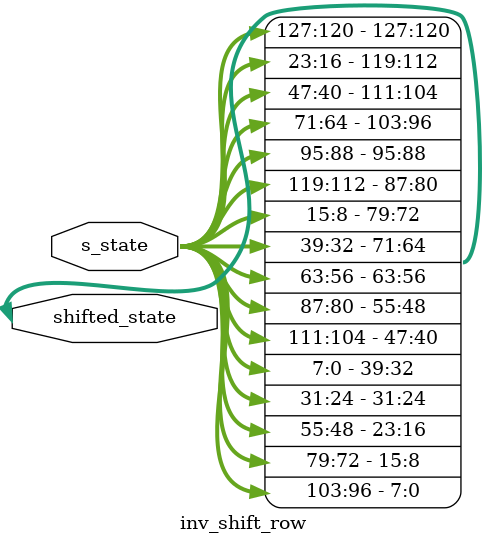
<source format=v>
`timescale 1ns / 1ps
module inv_shift_row(s_state,shifted_state);
input [127:0] s_state;
inout [127:0] shifted_state;

assign shifted_state[7:0]   = s_state[103:96];//0 
assign shifted_state[15:8] = s_state[79:72];//1
assign shifted_state[23:16] = s_state[55:48];//2
assign shifted_state[31:24] = s_state[31:24];//3

assign shifted_state[39:32] = s_state[7:0];//4
assign shifted_state[47:40] = s_state[111:104];//5
assign shifted_state[55:48] = s_state[87:80];//6
assign shifted_state[63:56] = s_state[63:56];//7

assign shifted_state[71:64] = s_state[39:32];//8
assign shifted_state[79:72] = s_state[15:8];//9
assign shifted_state[87:80] = s_state[119:112];//10
assign shifted_state[95:88] = s_state[95:88];//11

assign shifted_state[103:96] = s_state[71:64];//12
assign shifted_state[111:104] = s_state[47:40];//13s
assign shifted_state[119:112] = s_state[23:16];//14
assign shifted_state[127:120] = s_state[127:120];//15



endmodule

</source>
